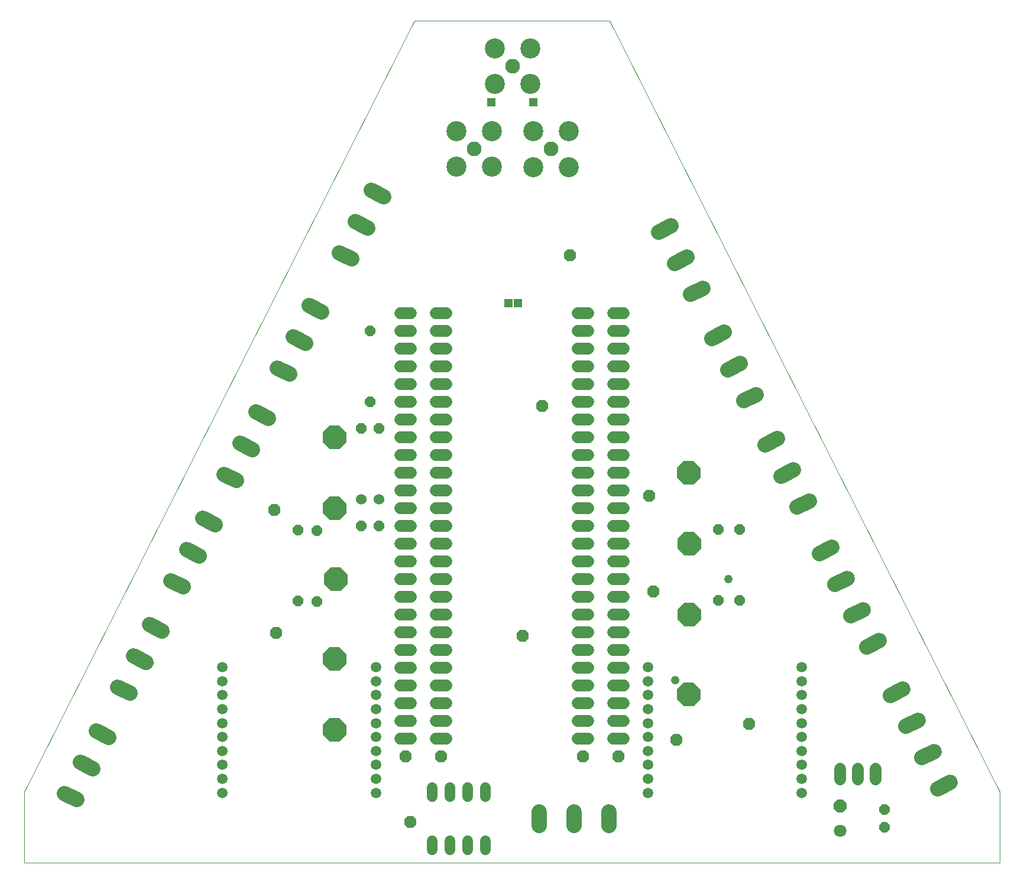
<source format=gbs>
G75*
%MOIN*%
%OFA0B0*%
%FSLAX25Y25*%
%IPPOS*%
%LPD*%
%AMOC8*
5,1,8,0,0,1.08239X$1,22.5*
%
%ADD10C,0.00000*%
%ADD11OC8,0.06800*%
%ADD12OC8,0.06000*%
%ADD13OC8,0.07100*%
%ADD14C,0.07100*%
%ADD15C,0.08600*%
%ADD16OC8,0.13200*%
%ADD17C,0.06800*%
%ADD18C,0.05950*%
%ADD19C,0.06000*%
%ADD20C,0.06000*%
%ADD21C,0.08300*%
%ADD22C,0.11300*%
%ADD23C,0.04800*%
%ADD24R,0.04762X0.04762*%
D10*
X0012516Y0011833D02*
X0012516Y0051833D01*
X0232516Y0486833D01*
X0342516Y0486833D01*
X0562516Y0051833D01*
X0562437Y0011833D01*
X0012516Y0011833D01*
D11*
X0154283Y0141492D03*
X0227516Y0071833D03*
X0247516Y0071833D03*
X0230036Y0034970D03*
X0327516Y0071833D03*
X0347516Y0071833D03*
X0379938Y0081301D03*
X0421136Y0090212D03*
X0367044Y0164995D03*
X0364603Y0219038D03*
X0304366Y0269629D03*
X0320114Y0354668D03*
X0153382Y0210967D03*
X0293369Y0140011D03*
D12*
X0212516Y0201833D03*
X0202516Y0201833D03*
X0177591Y0199446D03*
X0166765Y0199523D03*
X0166765Y0159523D03*
X0177591Y0159446D03*
X0202516Y0256833D03*
X0212516Y0256833D03*
X0207516Y0271833D03*
X0207516Y0311833D03*
X0403863Y0199840D03*
X0415817Y0199840D03*
X0415817Y0159840D03*
X0403863Y0159840D03*
X0497516Y0041833D03*
X0497516Y0031833D03*
D13*
X0472516Y0043833D03*
D14*
X0472516Y0029833D03*
D15*
X0518536Y0071242D02*
X0525485Y0074783D01*
X0516496Y0092425D02*
X0509547Y0088884D01*
X0500648Y0106347D02*
X0507598Y0109889D01*
X0494384Y0137319D02*
X0487434Y0133778D01*
X0478536Y0151242D02*
X0485485Y0154783D01*
X0476496Y0172425D02*
X0469547Y0168884D01*
X0460648Y0186347D02*
X0467598Y0189889D01*
X0454934Y0216051D02*
X0447985Y0212510D01*
X0439041Y0230063D02*
X0445991Y0233604D01*
X0437047Y0251157D02*
X0430097Y0247616D01*
X0417985Y0272510D02*
X0424934Y0276051D01*
X0415991Y0293604D02*
X0409041Y0290063D01*
X0400097Y0307616D02*
X0407047Y0311157D01*
X0394934Y0336051D02*
X0387985Y0332510D01*
X0379041Y0350063D02*
X0385991Y0353604D01*
X0377047Y0371157D02*
X0370097Y0367616D01*
X0214934Y0387616D02*
X0207985Y0391157D01*
X0199041Y0373604D02*
X0205991Y0370063D01*
X0197047Y0352510D02*
X0190097Y0356051D01*
X0172985Y0326157D02*
X0179934Y0322616D01*
X0170991Y0305063D02*
X0164041Y0308604D01*
X0155097Y0291051D02*
X0162047Y0287510D01*
X0149934Y0262616D02*
X0142985Y0266157D01*
X0134041Y0248604D02*
X0140991Y0245063D01*
X0132047Y0227510D02*
X0125097Y0231051D01*
X0112985Y0206157D02*
X0119934Y0202616D01*
X0110991Y0185063D02*
X0104041Y0188604D01*
X0095097Y0171051D02*
X0102047Y0167510D01*
X0089934Y0142616D02*
X0082985Y0146157D01*
X0074041Y0128604D02*
X0080991Y0125063D01*
X0072047Y0107510D02*
X0065097Y0111051D01*
X0052985Y0086157D02*
X0059934Y0082616D01*
X0050991Y0065063D02*
X0044041Y0068604D01*
X0035097Y0051051D02*
X0042047Y0047510D01*
X0302816Y0040733D02*
X0302816Y0032933D01*
X0322516Y0032933D02*
X0322516Y0040733D01*
X0342216Y0040733D02*
X0342216Y0032933D01*
X0527434Y0053778D02*
X0534384Y0057319D01*
D16*
X0387516Y0151833D03*
X0387516Y0191833D03*
X0387016Y0231833D03*
X0387016Y0106833D03*
X0188016Y0171833D03*
X0187516Y0211833D03*
X0187516Y0251833D03*
X0187516Y0126833D03*
X0187516Y0086833D03*
D17*
X0224516Y0081833D02*
X0230516Y0081833D01*
X0230516Y0091833D02*
X0224516Y0091833D01*
X0224516Y0101833D02*
X0230516Y0101833D01*
X0230516Y0111833D02*
X0224516Y0111833D01*
X0224516Y0121833D02*
X0230516Y0121833D01*
X0230516Y0131833D02*
X0224516Y0131833D01*
X0224516Y0141833D02*
X0230516Y0141833D01*
X0230516Y0151833D02*
X0224516Y0151833D01*
X0224516Y0161833D02*
X0230516Y0161833D01*
X0230516Y0171833D02*
X0224516Y0171833D01*
X0224516Y0181833D02*
X0230516Y0181833D01*
X0230516Y0191833D02*
X0224516Y0191833D01*
X0224516Y0201833D02*
X0230516Y0201833D01*
X0230516Y0211833D02*
X0224516Y0211833D01*
X0224516Y0221833D02*
X0230516Y0221833D01*
X0230516Y0231833D02*
X0224516Y0231833D01*
X0224516Y0241833D02*
X0230516Y0241833D01*
X0230516Y0251833D02*
X0224516Y0251833D01*
X0224516Y0261833D02*
X0230516Y0261833D01*
X0230516Y0271833D02*
X0224516Y0271833D01*
X0224516Y0281833D02*
X0230516Y0281833D01*
X0230516Y0291833D02*
X0224516Y0291833D01*
X0224516Y0301833D02*
X0230516Y0301833D01*
X0230516Y0311833D02*
X0224516Y0311833D01*
X0224516Y0321833D02*
X0230516Y0321833D01*
X0244516Y0321833D02*
X0250516Y0321833D01*
X0250516Y0311833D02*
X0244516Y0311833D01*
X0244516Y0301833D02*
X0250516Y0301833D01*
X0250516Y0291833D02*
X0244516Y0291833D01*
X0244516Y0281833D02*
X0250516Y0281833D01*
X0250516Y0271833D02*
X0244516Y0271833D01*
X0244516Y0261833D02*
X0250516Y0261833D01*
X0250516Y0251833D02*
X0244516Y0251833D01*
X0244516Y0241833D02*
X0250516Y0241833D01*
X0250516Y0231833D02*
X0244516Y0231833D01*
X0244516Y0221833D02*
X0250516Y0221833D01*
X0250516Y0211833D02*
X0244516Y0211833D01*
X0244516Y0201833D02*
X0250516Y0201833D01*
X0250516Y0191833D02*
X0244516Y0191833D01*
X0244516Y0181833D02*
X0250516Y0181833D01*
X0250516Y0171833D02*
X0244516Y0171833D01*
X0244516Y0161833D02*
X0250516Y0161833D01*
X0250516Y0151833D02*
X0244516Y0151833D01*
X0244516Y0141833D02*
X0250516Y0141833D01*
X0250516Y0131833D02*
X0244516Y0131833D01*
X0244516Y0121833D02*
X0250516Y0121833D01*
X0250516Y0111833D02*
X0244516Y0111833D01*
X0244516Y0101833D02*
X0250516Y0101833D01*
X0250516Y0091833D02*
X0244516Y0091833D01*
X0244516Y0081833D02*
X0250516Y0081833D01*
X0324516Y0081833D02*
X0330516Y0081833D01*
X0330516Y0091833D02*
X0324516Y0091833D01*
X0324516Y0101833D02*
X0330516Y0101833D01*
X0330516Y0111833D02*
X0324516Y0111833D01*
X0324516Y0121833D02*
X0330516Y0121833D01*
X0330516Y0131833D02*
X0324516Y0131833D01*
X0324516Y0141833D02*
X0330516Y0141833D01*
X0330516Y0151833D02*
X0324516Y0151833D01*
X0324516Y0161833D02*
X0330516Y0161833D01*
X0330516Y0171833D02*
X0324516Y0171833D01*
X0324516Y0181833D02*
X0330516Y0181833D01*
X0330516Y0191833D02*
X0324516Y0191833D01*
X0324516Y0201833D02*
X0330516Y0201833D01*
X0330516Y0211833D02*
X0324516Y0211833D01*
X0324516Y0221833D02*
X0330516Y0221833D01*
X0330516Y0231833D02*
X0324516Y0231833D01*
X0324516Y0241833D02*
X0330516Y0241833D01*
X0330516Y0251833D02*
X0324516Y0251833D01*
X0324516Y0261833D02*
X0330516Y0261833D01*
X0330516Y0271833D02*
X0324516Y0271833D01*
X0324516Y0281833D02*
X0330516Y0281833D01*
X0330516Y0291833D02*
X0324516Y0291833D01*
X0324516Y0301833D02*
X0330516Y0301833D01*
X0330516Y0311833D02*
X0324516Y0311833D01*
X0324516Y0321833D02*
X0330516Y0321833D01*
X0344516Y0321833D02*
X0350516Y0321833D01*
X0350516Y0311833D02*
X0344516Y0311833D01*
X0344516Y0301833D02*
X0350516Y0301833D01*
X0350516Y0291833D02*
X0344516Y0291833D01*
X0344516Y0281833D02*
X0350516Y0281833D01*
X0350516Y0271833D02*
X0344516Y0271833D01*
X0344516Y0261833D02*
X0350516Y0261833D01*
X0350516Y0251833D02*
X0344516Y0251833D01*
X0344516Y0241833D02*
X0350516Y0241833D01*
X0350516Y0231833D02*
X0344516Y0231833D01*
X0344516Y0221833D02*
X0350516Y0221833D01*
X0350516Y0211833D02*
X0344516Y0211833D01*
X0344516Y0201833D02*
X0350516Y0201833D01*
X0350516Y0191833D02*
X0344516Y0191833D01*
X0344516Y0181833D02*
X0350516Y0181833D01*
X0350516Y0171833D02*
X0344516Y0171833D01*
X0344516Y0161833D02*
X0350516Y0161833D01*
X0350516Y0151833D02*
X0344516Y0151833D01*
X0344516Y0141833D02*
X0350516Y0141833D01*
X0350516Y0131833D02*
X0344516Y0131833D01*
X0344516Y0121833D02*
X0350516Y0121833D01*
X0350516Y0111833D02*
X0344516Y0111833D01*
X0344516Y0101833D02*
X0350516Y0101833D01*
X0350516Y0091833D02*
X0344516Y0091833D01*
X0344516Y0081833D02*
X0350516Y0081833D01*
X0472516Y0064833D02*
X0472516Y0058833D01*
X0482516Y0058833D02*
X0482516Y0064833D01*
X0492516Y0064833D02*
X0492516Y0058833D01*
D18*
X0450823Y0059274D03*
X0450823Y0067148D03*
X0450823Y0075022D03*
X0450823Y0082896D03*
X0450823Y0090770D03*
X0450823Y0098644D03*
X0450823Y0106518D03*
X0450823Y0114392D03*
X0450823Y0122266D03*
X0450823Y0051400D03*
X0364209Y0051400D03*
X0364209Y0059274D03*
X0364209Y0067148D03*
X0364209Y0075022D03*
X0364209Y0082896D03*
X0364209Y0090770D03*
X0364209Y0098644D03*
X0364209Y0106518D03*
X0364209Y0114392D03*
X0364209Y0122266D03*
X0210823Y0122266D03*
X0210823Y0114392D03*
X0210823Y0106518D03*
X0210823Y0098644D03*
X0210823Y0090770D03*
X0210823Y0082896D03*
X0210823Y0075022D03*
X0210823Y0067148D03*
X0210823Y0059274D03*
X0210823Y0051400D03*
X0124209Y0051400D03*
X0124209Y0059274D03*
X0124209Y0067148D03*
X0124209Y0075022D03*
X0124209Y0082896D03*
X0124209Y0090770D03*
X0124209Y0098644D03*
X0124209Y0106518D03*
X0124209Y0114392D03*
X0124209Y0122266D03*
D19*
X0202516Y0216833D03*
X0212516Y0216833D03*
D20*
X0242516Y0054433D02*
X0242516Y0049233D01*
X0252516Y0049233D02*
X0252516Y0054433D01*
X0262516Y0054433D02*
X0262516Y0049233D01*
X0272516Y0049233D02*
X0272516Y0054433D01*
X0272516Y0024433D02*
X0272516Y0019233D01*
X0262516Y0019233D02*
X0262516Y0024433D01*
X0252516Y0024433D02*
X0252516Y0019233D01*
X0242516Y0019233D02*
X0242516Y0024433D01*
D21*
X0266185Y0414592D03*
X0309325Y0414468D03*
X0287636Y0461258D03*
D22*
X0297675Y0471297D03*
X0277597Y0471297D03*
X0277597Y0451219D03*
X0297675Y0451219D03*
X0299286Y0424507D03*
X0299286Y0404429D03*
X0319364Y0404429D03*
X0319364Y0424507D03*
X0276224Y0424631D03*
X0276224Y0404553D03*
X0256146Y0404553D03*
X0256146Y0424631D03*
D23*
X0409484Y0171794D03*
X0379366Y0115101D03*
D24*
X0290784Y0327699D03*
X0285272Y0327699D03*
X0275823Y0440888D03*
X0299445Y0440888D03*
M02*

</source>
